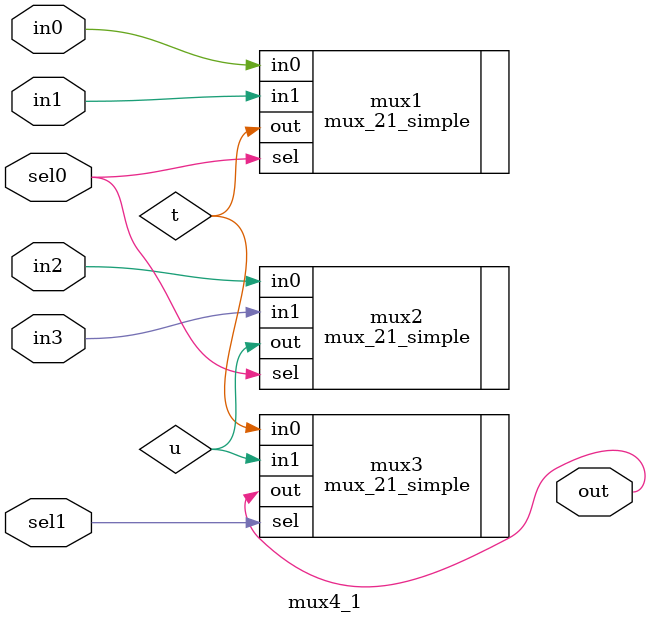
<source format=v>
`timescale 1ns / 1ps
module mux4_1(in0,in1,in2,in3,sel0, sel1, out);
input in0,in1,in2,in3,sel0,sel1;

output out;

  
wire t,u ;



mux_21_simple mux1 (
.in0(in0),
.in1(in1),
.sel(sel0),
.out(t));

  

mux_21_simple mux2 (
.in0(in2),
.in1(in3),
.sel(sel0),
.out(u));

  

mux_21_simple mux3 (
.in0(t),
.in1(u),
.sel(sel1),
.out(out));

  

  

endmodule
  


</source>
